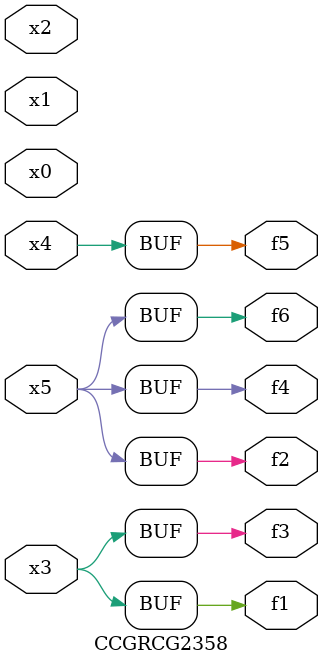
<source format=v>
module CCGRCG2358(
	input x0, x1, x2, x3, x4, x5,
	output f1, f2, f3, f4, f5, f6
);
	assign f1 = x3;
	assign f2 = x5;
	assign f3 = x3;
	assign f4 = x5;
	assign f5 = x4;
	assign f6 = x5;
endmodule

</source>
